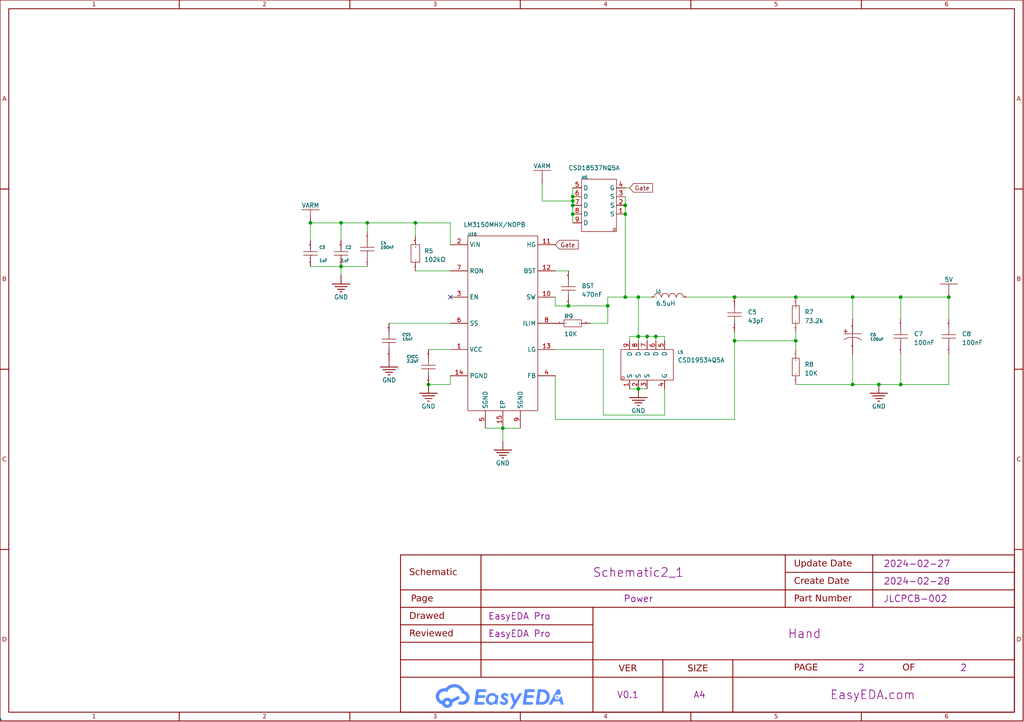
<source format=kicad_sch>
(kicad_sch (version 20231120) (generator "eeschema") (generator_version "8.0")
  (paper "User" 297.434 209.804)
  (lib_symbols
    (symbol "Power-VCC_1" (power) (pin_numbers hide) (pin_names hide)
      (property "Value" "VCC" (at 0 5.08 0))
      (symbol "Power-VCC_1_1_0"
        (pin power_in line (at 0 0 90) (length 1.27) (name "5V") (number "1"))
      )
    )
    (symbol "finalhand-easyedapro:CAP"
      (symbol "CAP_1_0"
        (pin input line (at 5.08 0 180) (length 2.54) (name "1") (number "1"))
        (pin input line (at -5.08 0 0) (length 2.54) (name "2") (number "2"))
      )
    )
    (symbol "finalhand-easyedapro:CRCW0805102KFKEA"
      (property "Reference" "R?" (at 0 0 0))
      (symbol "CRCW0805102KFKEA_1_0"
        (pin unspecified line (at -5.08 0 0) (length 2.54) (name "1") (number "1"))
        (pin unspecified line (at 5.08 0 180) (length 2.54) (name "2") (number "2"))
      )
    )
    (symbol "finalhand-easyedapro:CSD18537NQ5A"
      (property "Reference" "Q?" (at 0 0 0))
      (symbol "CSD18537NQ5A_1_0"
        (pin input line (at -7.62 2.54 0) (length 2.54) (name "S") (number "1"))
        (pin input line (at -7.62 0 0) (length 2.54) (name "S") (number "2"))
        (pin input line (at -7.62 -2.54 0) (length 2.54) (name "S") (number "3"))
        (pin input line (at -7.62 -5.08 0) (length 2.54) (name "G") (number "4"))
        (pin input line (at 7.62 -5.08 180) (length 2.54) (name "D") (number "5"))
        (pin input line (at 7.62 -2.54 180) (length 2.54) (name "D") (number "6"))
        (pin input line (at 7.62 0 180) (length 2.54) (name "D") (number "7"))
        (pin input line (at 7.62 2.54 180) (length 2.54) (name "D") (number "8"))
        (pin input line (at 7.62 5.08 180) (length 2.54) (name "D") (number "9"))
      )
    )
    (symbol "finalhand-easyedapro:CSD19534Q5A"
      (symbol "CSD19534Q5A_1_0"
        (pin input line (at -6.35 2.54 0) (length 2.54) (name "S") (number "1"))
        (pin input line (at -6.35 0 0) (length 2.54) (name "S") (number "2"))
        (pin input line (at -6.35 -2.54 0) (length 2.54) (name "S") (number "3"))
        (pin input line (at -6.35 -7.62 0) (length 2.54) (name "G") (number "4"))
        (pin input line (at 7.62 -7.62 180) (length 2.54) (name "D") (number "5"))
        (pin input line (at 7.62 -5.08 180) (length 2.54) (name "D") (number "6"))
        (pin input line (at 7.62 -2.54 180) (length 2.54) (name "D") (number "7"))
        (pin input line (at 7.62 0 180) (length 2.54) (name "D") (number "8"))
        (pin input line (at 7.5946 2.54 180) (length 2.54) (name "D") (number "9"))
      )
    )
    (symbol "finalhand-easyedapro:EEFCX0J101R"
      (property "Reference" "C?" (at 0 0 0))
      (symbol "EEFCX0J101R_1_0"
        (pin input line (at -5.08 0 0) (length 4.318) (name "1") (number "1"))
        (pin input line (at 5.08 0 180) (length 4.826) (name "2") (number "2"))
      )
    )
    (symbol "finalhand-easyedapro:GRM188R72A104KA35D"
      (property "Reference" "C?" (at 0 0 0))
      (symbol "GRM188R72A104KA35D_1_0"
        (pin input line (at -5.08 0 0) (length 2.54) (name "1") (number "1"))
        (pin input line (at 5.08 0 180) (length 2.54) (name "2") (number "2"))
      )
    )
    (symbol "finalhand-easyedapro:GRM2195C1H153JA01D"
      (property "Reference" "C?" (at 0 0 0))
      (symbol "GRM2195C1H153JA01D_1_0"
        (pin input line (at -5.08 0 0) (length 2.54) (name "1") (number "1"))
        (pin input line (at 5.08 0 180) (length 2.54) (name "2") (number "2"))
      )
    )
    (symbol "finalhand-easyedapro:GRM21BR71A225KA01L"
      (property "Reference" "C?" (at 0 0 0))
      (symbol "GRM21BR71A225KA01L_1_0"
        (pin input line (at -5.08 0 0) (length 2.54) (name "1") (number "1"))
        (pin input line (at 5.08 0 180) (length 2.54) (name "2") (number "2"))
      )
    )
    (symbol "finalhand-easyedapro:GRM31CR72A105KA01L"
      (property "Reference" "C?" (at 0 0 0))
      (symbol "GRM31CR72A105KA01L_1_0"
        (pin input line (at -3.81 0 0) (length 2.54) (name "1") (number "1"))
        (pin input line (at 3.81 0 180) (length 2.54) (name "2") (number "2"))
      )
    )
    (symbol "finalhand-easyedapro:Ground-GND" (power) (pin_numbers hide) (pin_names hide)
      (property "Value" "GND" (at 0 -6.35 0))
      (symbol "Ground-GND_1_0"
        (pin power_in line (at 0 0 270) (length 2.54) (name "") (number "1"))
      )
    )
    (symbol "finalhand-easyedapro:LM3150MHX"
      (symbol "LM3150MHX_1_0"
        (pin input line (at -15.24 -15.24 0) (length 5.08) (name "VCC") (number "1"))
        (pin input line (at 15.24 0 180) (length 5.08) (name "SW") (number "10"))
        (pin input line (at 15.24 15.24 180) (length 5.08) (name "HG") (number "11"))
        (pin input line (at 15.24 7.62 180) (length 5.08) (name "BST") (number "12"))
        (pin input line (at 15.24 -15.24 180) (length 5.08) (name "LG") (number "13"))
        (pin input line (at -15.24 -22.86 0) (length 5.08) (name "PGND") (number "14"))
        (pin input line (at 0 -38.1 90) (length 5.08) (name "EP") (number "15"))
        (pin input line (at -15.24 15.24 0) (length 5.08) (name "VIN") (number "2"))
        (pin input line (at -15.24 0 0) (length 5.08) (name "EN") (number "3"))
        (pin input line (at 15.24 -22.86 180) (length 5.08) (name "FB") (number "4"))
        (pin input line (at -5.08 -38.1 90) (length 5.08) (name "SGND") (number "5"))
        (pin input line (at -15.24 -7.62 0) (length 5.08) (name "SS") (number "6"))
        (pin input line (at -15.24 7.62 0) (length 5.08) (name "RON") (number "7"))
        (pin input line (at 15.24 -7.62 180) (length 5.08) (name "ILIM") (number "8"))
        (pin input line (at 5.08 -38.1 90) (length 5.08) (name "SGND") (number "9"))
      )
    )
    (symbol "finalhand-easyedapro:Power-VCC" (power) (pin_numbers hide) (pin_names hide)
      (property "Value" "VCC" (at 0 5.08 0))
      (symbol "Power-VCC_1_0"
        (pin power_in line (at 0 0 90) (length 1.27) (name "VARM") (number "1"))
      )
    )
    (symbol "finalhand-easyedapro:Res"
      (symbol "Res_1_0"
        (pin input line (at -5.08 0 0) (length 2.54) (name "1") (number "1"))
        (pin input line (at 5.08 0 180) (length 2.54) (name "2") (number "2"))
      )
    )
    (symbol "finalhand-easyedapro:SRR1208-6R5ML"
      (property "Reference" "D?" (at 0 0 0))
      (symbol "SRR1208-6R5ML_1_0"
        (pin input line (at -5.08 0 0) (length 0.762) (name "1") (number "1"))
        (pin input line (at 5.08 0 180) (length 0.762) (name "2") (number "2"))
      )
    )
    (symbol "finalhand-easyedapro:Sheet-Symbol_A4"
      (symbol "Sheet-Symbol_A4_1_0"
        (text "1" (at 27.305 1.27 0) (effects (font (size 1.27 1.27))))
        (text "1" (at 27.305 208.28 0) (effects (font (size 1.27 1.27))))
        (text "2" (at 76.835 1.27 0) (effects (font (size 1.27 1.27))))
        (text "2" (at 76.835 208.28 0) (effects (font (size 1.27 1.27))))
        (text "3" (at 126.365 1.27 0) (effects (font (size 1.27 1.27))))
        (text "3" (at 126.365 208.28 0) (effects (font (size 1.27 1.27))))
        (text "4" (at 175.895 1.27 0) (effects (font (size 1.27 1.27))))
        (text "4" (at 175.895 208.28 0) (effects (font (size 1.27 1.27))))
        (text "5" (at 225.425 1.27 0) (effects (font (size 1.27 1.27))))
        (text "5" (at 225.425 208.28 0) (effects (font (size 1.27 1.27))))
        (text "6" (at 274.955 1.27 0) (effects (font (size 1.27 1.27))))
        (text "6" (at 274.955 208.28 0) (effects (font (size 1.27 1.27))))
        (text "A" (at 1.27 180.7972 0) (effects (font (size 1.27 1.27))))
        (text "A" (at 295.91 180.7972 0) (effects (font (size 1.27 1.27))))
        (text "B" (at 1.27 128.4224 0) (effects (font (size 1.27 1.27))))
        (text "B" (at 295.91 128.4224 0) (effects (font (size 1.27 1.27))))
        (text "C" (at 1.27 76.0222 0) (effects (font (size 1.27 1.27))))
        (text "C" (at 295.91 76.0222 0) (effects (font (size 1.27 1.27))))
        (text "Create Date" (at 230.632 40.64 0) (effects (font (size 1.905 1.905)) (justify left)))
        (text "D" (at 1.27 23.6474 0) (effects (font (size 1.27 1.27))))
        (text "D" (at 295.91 23.6474 0) (effects (font (size 1.27 1.27))))
        (text "Drawed" (at 118.872 30.48 0) (effects (font (size 1.905 1.905)) (justify left)))
        (text "OF" (at 262.128 15.494 0) (effects (font (size 1.905 1.905)) (justify left)))
        (text "Page" (at 119.38 35.56 0) (effects (font (size 1.905 1.905)) (justify left)))
        (text "PAGE" (at 230.632 15.494 0) (effects (font (size 1.905 1.905)) (justify left)))
        (text "Part Number" (at 230.632 35.56 0) (effects (font (size 1.905 1.905)) (justify left)))
        (text "Reviewed" (at 118.872 25.4 0) (effects (font (size 1.905 1.905)) (justify left)))
        (text "Schematic" (at 118.872 43.18 0) (effects (font (size 1.905 1.905)) (justify left)))
        (text "SIZE" (at 202.692 15.24 0) (effects (font (size 1.905 1.905))))
        (text "Update Date" (at 230.632 45.72 0) (effects (font (size 1.905 1.905)) (justify left)))
        (text "VER" (at 182.372 15.24 0) (effects (font (size 1.905 1.905))))
      )
    )
  )
  (junction (at 275.59 86.36))
  (junction (at 165.1 88.9))
  (junction (at 231.14 99.06))
  (junction (at 166.37 59.69))
  (junction (at 261.62 86.36))
  (junction (at 146.05 124.46))
  (junction (at 255.27 111.76))
  (junction (at 124.46 111.76))
  (junction (at 176.53 88.9))
  (junction (at 187.96 97.79))
  (junction (at 247.65 111.76))
  (junction (at 166.37 58.42))
  (junction (at 247.65 86.36))
  (junction (at 185.42 86.36))
  (junction (at 190.5 97.79))
  (junction (at 185.42 97.79))
  (junction (at 106.68 64.77))
  (junction (at 90.17 64.77))
  (junction (at 166.37 62.23))
  (junction (at 181.61 86.36))
  (junction (at 213.36 86.36))
  (junction (at 181.61 62.23))
  (junction (at 185.42 113.03))
  (junction (at 213.36 99.06))
  (junction (at 181.61 59.69))
  (junction (at 166.37 57.15))
  (junction (at 99.06 77.47))
  (junction (at 120.65 64.77))
  (junction (at 231.14 86.36))
  (junction (at 261.62 111.76))
  (junction (at 99.06 64.77))
  (no_connect (at 130.81 86.36))
  (wire (pts (xy 166.37 62.23) (xy 166.37 64.77)))
  (wire (pts (xy 166.37 54.61) (xy 166.37 57.15)))
  (wire (pts (xy 247.65 102.87) (xy 247.65 111.76)))
  (wire (pts (xy 181.61 54.61) (xy 182.88 54.61)))
  (wire (pts (xy 146.05 124.46) (xy 140.97 124.46)))
  (wire (pts (xy 99.06 69.85) (xy 99.06 64.77)))
  (wire (pts (xy 255.27 111.76) (xy 261.62 111.76)))
  (wire (pts (xy 99.06 64.77) (xy 106.68 64.77)))
  (wire (pts (xy 130.81 64.77) (xy 120.65 64.77)))
  (wire (pts (xy 176.53 86.36) (xy 181.61 86.36)))
  (wire (pts (xy 175.26 101.6) (xy 175.26 120.65)))
  (wire (pts (xy 166.37 57.15) (xy 166.37 58.42)))
  (wire (pts (xy 99.06 77.47) (xy 99.06 80.01)))
  (wire (pts (xy 182.88 97.79) (xy 182.88 99.06)))
  (wire (pts (xy 193.04 120.65) (xy 193.04 113.03)))
  (wire (pts (xy 106.68 67.31) (xy 106.68 64.77)))
  (wire (pts (xy 106.68 77.47) (xy 99.06 77.47)))
  (wire (pts (xy 275.59 111.76) (xy 275.59 102.87)))
  (wire (pts (xy 130.81 78.74) (xy 120.65 78.74)))
  (wire (pts (xy 187.96 97.79) (xy 187.96 99.06)))
  (wire (pts (xy 146.05 124.46) (xy 151.13 124.46)))
  (wire (pts (xy 193.04 97.79) (xy 190.5 97.79)))
  (wire (pts (xy 193.04 97.79) (xy 193.04 99.06)))
  (wire (pts (xy 120.65 64.77) (xy 120.65 68.58)))
  (wire (pts (xy 185.42 97.79) (xy 185.42 99.06)))
  (wire (pts (xy 185.42 86.36) (xy 181.61 86.36)))
  (wire (pts (xy 247.65 86.36) (xy 231.14 86.36)))
  (wire (pts (xy 181.61 62.23) (xy 181.61 86.36)))
  (wire (pts (xy 181.61 57.15) (xy 181.61 59.69)))
  (wire (pts (xy 213.36 99.06) (xy 213.36 121.92)))
  (wire (pts (xy 182.88 113.03) (xy 185.42 113.03)))
  (wire (pts (xy 247.65 86.36) (xy 247.65 92.71)))
  (wire (pts (xy 157.48 53.34) (xy 157.48 58.42)))
  (wire (pts (xy 161.29 78.74) (xy 165.1 78.74)))
  (wire (pts (xy 176.53 93.98) (xy 171.45 93.98)))
  (wire (pts (xy 231.14 86.36) (xy 213.36 86.36)))
  (wire (pts (xy 231.14 99.06) (xy 231.14 101.6)))
  (wire (pts (xy 176.53 88.9) (xy 176.53 86.36)))
  (wire (pts (xy 231.14 96.52) (xy 231.14 99.06)))
  (wire (pts (xy 247.65 111.76) (xy 255.27 111.76)))
  (wire (pts (xy 193.04 120.65) (xy 175.26 120.65)))
  (wire (pts (xy 190.5 97.79) (xy 187.96 97.79)))
  (wire (pts (xy 261.62 111.76) (xy 275.59 111.76)))
  (wire (pts (xy 146.05 124.46) (xy 146.05 128.27)))
  (wire (pts (xy 113.0046 93.98) (xy 130.81 93.98)))
  (wire (pts (xy 187.96 97.79) (xy 185.42 97.79)))
  (wire (pts (xy 161.29 88.9) (xy 161.29 86.36)))
  (wire (pts (xy 161.29 109.22) (xy 161.29 121.92)))
  (wire (pts (xy 247.65 86.36) (xy 261.62 86.36)))
  (wire (pts (xy 90.17 64.77) (xy 99.06 64.77)))
  (wire (pts (xy 213.36 121.92) (xy 161.29 121.92)))
  (wire (pts (xy 185.42 97.79) (xy 182.88 97.79)))
  (wire (pts (xy 181.61 59.69) (xy 181.61 62.23)))
  (wire (pts (xy 166.37 58.42) (xy 166.37 59.69)))
  (wire (pts (xy 185.42 113.03) (xy 187.96 113.03)))
  (wire (pts (xy 261.62 86.36) (xy 261.62 92.71)))
  (wire (pts (xy 124.46 111.76) (xy 130.81 111.76)))
  (wire (pts (xy 130.81 64.77) (xy 130.81 71.12)))
  (wire (pts (xy 166.37 58.42) (xy 157.48 58.42)))
  (wire (pts (xy 213.36 86.36) (xy 199.39 86.36)))
  (wire (pts (xy 247.65 111.76) (xy 231.14 111.76)))
  (wire (pts (xy 213.36 99.06) (xy 231.14 99.06)))
  (wire (pts (xy 175.26 101.6) (xy 161.29 101.6)))
  (wire (pts (xy 106.68 64.77) (xy 120.65 64.77)))
  (wire (pts (xy 275.59 86.36) (xy 261.62 86.36)))
  (wire (pts (xy 161.29 88.9) (xy 165.1 88.9)))
  (wire (pts (xy 190.5 97.79) (xy 190.5 99.06)))
  (wire (pts (xy 185.42 86.36) (xy 185.42 97.79)))
  (wire (pts (xy 124.46 101.6254) (xy 130.81 101.6)))
  (wire (pts (xy 261.62 111.76) (xy 261.62 102.87)))
  (wire (pts (xy 130.81 111.76) (xy 130.81 109.22)))
  (wire (pts (xy 189.23 86.36) (xy 185.42 86.36)))
  (wire (pts (xy 166.37 59.69) (xy 166.37 62.23)))
  (wire (pts (xy 165.1 88.9) (xy 176.53 88.9)))
  (wire (pts (xy 275.59 86.36) (xy 275.59 92.71)))
  (wire (pts (xy 176.53 93.98) (xy 176.53 88.9)))
  (wire (pts (xy 213.36 96.52) (xy 213.36 99.06)))
  (wire (pts (xy 99.06 77.47) (xy 90.17 77.47)))
  (wire (pts (xy 90.17 64.77) (xy 90.17 69.85)))
  (global_label "Gate" (shape input) (at 182.88 54.61 0) (property "Intersheetrefs" "${INTERSHEET_REFS}" (effects (hide yes))))
  (global_label "Gate" (shape input) (at 161.29 71.12 0) (property "Intersheetrefs" "${INTERSHEET_REFS}" (effects (hide yes))))
  (symbol (lib_id "finalhand-easyedapro:Sheet-Symbol_A4") (at 0 209.55 0) (unit 1)
    (property "Reference" "?" (at 0 209.55 0))
    (property "Footprint" "finalhand-easyedapro:" (effects (hide yes)))
    (property "@Create Date" "2024-02-28" (at 256.54 168.91 0) (effects (font (size 1.905 1.905)) (justify left)))
    (property "@Page Count" "2" (at 279.908 194.056 0) (effects (font (size 1.905 1.905))))
    (property "@Page Name" "Power" (at 185.42 173.99 0) (effects (font (size 1.905 1.905))))
    (property "@Page No" "2" (at 250.19 194.056 0) (effects (font (size 1.905 1.905))))
    (property "@Project Name" "Hand" (at 233.68 184.15 0) (effects (font (size 2.54 2.54))))
    (property "@Schematic Name" "Schematic2_1" (at 185.42 166.37 0) (effects (font (size 2.54 2.54))))
    (property "@Update Date" "2024-02-27" (at 256.54 163.83 0) (effects (font (size 1.905 1.905)) (justify left)))
    (property "Company" "EasyEDA.com" (at 253.492 201.93 0) (effects (font (size 2.54 2.54))))
    (property "Drawed" "EasyEDA Pro" (at 141.732 179.07 0) (effects (font (size 1.905 1.905)) (justify left)))
    (property "Page Size" "A4" (at 203.2 201.93 0) (effects (font (size 1.905 1.905))))
    (property "Part Number" "JLCPCB-002" (at 256.54 173.99 0) (effects (font (size 1.905 1.905)) (justify left)))
    (property "Reviewed" "EasyEDA Pro" (at 141.732 184.15 0) (effects (font (size 1.905 1.905)) (justify left)))
    (property "Version" "V0.1" (at 182.372 201.93 0) (effects (font (size 1.905 1.905))))
  )
  (symbol (lib_id "finalhand-easyedapro:CRCW0805102KFKEA") (at 120.65 73.66 90) (unit 1)
    (property "Reference" "R5" (at 123.19 73.66 90) (effects (justify right top)))
    (property "Value" "102kΩ" (at 123.19 76.2 90) (effects (justify right top)))
    (property "Footprint" "finalhand-easyedapro:R0805" (effects (hide yes)))
  )
  (symbol (lib_id "finalhand-easyedapro:GRM2195C1H153JA01D") (at 113.0046 99.06 90) (unit 1)
    (property "Reference" "CSS" (at 116.8146 97.79 90) (effects (font (size 0.8382 0.8382)) (justify right top)))
    (property "Value" "15nF" (at 116.8146 99.06 90) (effects (font (size 0.8382 0.8382)) (justify right top)))
    (property "Footprint" "finalhand-easyedapro:C0805" (effects (hide yes)))
  )
  (symbol (lib_id "finalhand-easyedapro:Ground-GND") (at 124.46 111.76 0) (unit 1)
    (property "Reference" "#PWR?" (effects (hide yes)))
    (property "Value" "GND" (at 124.46 118.11 0))
    (property "Footprint" "finalhand-easyedapro:" (effects (hide yes)))
    (property "Description" "Power symbol creates a global label with name 'GND'" (effects (hide yes)))
  )
  (symbol (lib_id "finalhand-easyedapro:GRM188R72A104KA35D") (at 106.68 72.39 90) (unit 1)
    (property "Reference" "C4" (at 110.49 71.12 90) (effects (font (size 0.8382 0.8382)) (justify right top)))
    (property "Value" "100nF" (at 110.49 72.39 90) (effects (font (size 0.8382 0.8382)) (justify right top)))
    (property "Footprint" "finalhand-easyedapro:C0603" (effects (hide yes)))
  )
  (symbol (lib_id "finalhand-easyedapro:CAP") (at 261.62 97.79 90) (unit 1)
    (property "Reference" "C7" (at 265.43 97.79 90) (effects (justify right top)))
    (property "Value" "100nF" (at 265.43 100.33 90) (effects (justify right top)))
    (property "Footprint" "finalhand-easyedapro:C0402" (effects (hide yes)))
  )
  (symbol (lib_id "finalhand-easyedapro:Power-VCC") (at 90.17 64.77 0) (unit 1)
    (property "Reference" "#PWR?" (effects (hide yes)))
    (property "Value" "VARM" (at 90.17 59.69 0))
    (property "Footprint" "finalhand-easyedapro:" (effects (hide yes)))
    (property "Description" "Power symbol creates a global label with name 'VCC'" (effects (hide yes)))
  )
  (symbol (lib_id "finalhand-easyedapro:GRM21BR71A225KA01L") (at 124.46 106.68 90) (unit 1)
    (property "Reference" "CVCC" (at 118.11 104.14 90) (effects (font (size 0.8382 0.8382)) (justify right top)))
    (property "Value" "2.2uF" (at 118.11 105.41 90) (effects (font (size 0.8382 0.8382)) (justify right top)))
    (property "Footprint" "finalhand-easyedapro:C0805" (effects (hide yes)))
  )
  (symbol (lib_id "finalhand-easyedapro:CAP") (at 275.59 97.79 90) (unit 1)
    (property "Reference" "C8" (at 279.4 97.79 90) (effects (justify right top)))
    (property "Value" "100nF" (at 279.4 100.33 90) (effects (justify right top)))
    (property "Footprint" "finalhand-easyedapro:C0402" (effects (hide yes)))
  )
  (symbol (lib_id "finalhand-easyedapro:Ground-GND") (at 146.05 128.27 0) (unit 1)
    (property "Reference" "#PWR?" (effects (hide yes)))
    (property "Value" "GND" (at 146.05 134.62 0))
    (property "Footprint" "finalhand-easyedapro:" (effects (hide yes)))
    (property "Description" "Power symbol creates a global label with name 'GND'" (effects (hide yes)))
  )
  (symbol (lib_id "finalhand-easyedapro:CSD19534Q5A") (at 185.42 106.68 90) (unit 1)
    (property "Reference" "LS" (at 196.85 102.87 90) (effects (font (size 0.8382 0.8382)) (justify right top)))
    (property "Value" "CSD19534Q5A" (at 196.85 105.41 90) (effects (justify right top)))
    (property "Footprint" "finalhand-easyedapro:POWERVDFN-8_L6.0-W5.0-P1.27-BL" (effects (hide yes)))
  )
  (symbol (lib_id "finalhand-easyedapro:CAP") (at 165.1 83.82 90) (unit 1)
    (property "Reference" "BST" (at 168.91 83.82 90) (effects (justify right top)))
    (property "Value" "470nF" (at 168.91 86.36 90) (effects (justify right top)))
    (property "Footprint" "finalhand-easyedapro:C0402" (effects (hide yes)))
  )
  (symbol (lib_id "finalhand-easyedapro:Res") (at 231.14 91.44 90) (unit 1)
    (property "Reference" "R7" (at 233.68 91.44 90) (effects (justify right top)))
    (property "Value" "73.2k" (at 233.68 93.98 90) (effects (justify right top)))
    (property "Footprint" "finalhand-easyedapro:R0402" (effects (hide yes)))
  )
  (symbol (lib_id "finalhand-easyedapro:CSD18537NQ5A") (at 173.99 59.69 180) (unit 1)
    (property "Reference" "HS" (at 168.91 52.07 0) (effects (font (size 0.8382 0.8382)) (justify right top)))
    (property "Value" "CSD18537NQ5A" (at 165.1 49.53 0) (effects (justify right top)))
    (property "Footprint" "finalhand-easyedapro:DFN-8_L5.9-W5.2-P1.27-LS6.2-BL" (effects (hide yes)))
  )
  (symbol (lib_id "finalhand-easyedapro:Ground-GND") (at 185.42 113.03 0) (unit 1)
    (property "Reference" "#PWR?" (effects (hide yes)))
    (property "Value" "GND" (at 185.42 119.38 0))
    (property "Footprint" "finalhand-easyedapro:" (effects (hide yes)))
    (property "Description" "Power symbol creates a global label with name 'GND'" (effects (hide yes)))
  )
  (symbol (lib_id "finalhand-easyedapro:GRM31CR72A105KA01L") (at 90.17 73.66 90) (unit 1)
    (property "Reference" "C3" (at 92.71 72.39 90) (effects (font (size 0.8382 0.8382)) (justify right top)))
    (property "Value" "1uF" (at 92.71 76.2 90) (effects (font (size 0.8382 0.8382)) (justify right top)))
    (property "Footprint" "finalhand-easyedapro:C1206" (effects (hide yes)))
  )
  (symbol (lib_name "Power-VCC_1") (lib_id "finalhand-easyedapro:Power-VCC") (at 275.59 86.36 0) (unit 1)
    (property "Reference" "#PWR?" (effects (hide yes)))
    (property "Value" "5V" (at 275.59 81.28 0))
    (property "Footprint" "finalhand-easyedapro:" (effects (hide yes)))
    (property "Description" "Power symbol creates a global label with name 'VCC'" (effects (hide yes)))
  )
  (symbol (lib_id "finalhand-easyedapro:Ground-GND") (at 255.27 111.76 0) (unit 1)
    (property "Reference" "#PWR?" (effects (hide yes)))
    (property "Value" "GND" (at 255.27 118.11 0))
    (property "Footprint" "finalhand-easyedapro:" (effects (hide yes)))
    (property "Description" "Power symbol creates a global label with name 'GND'" (effects (hide yes)))
  )
  (symbol (lib_id "finalhand-easyedapro:LM3150MHX") (at 146.05 86.36 0) (unit 1)
    (property "Reference" "U10" (at 135.89 68.58 0) (effects (font (size 0.8382 0.8382)) (justify left bottom)))
    (property "Value" "LM3150MHX/NOPB" (at 134.62 66.04 0) (effects (justify left bottom)))
    (property "Footprint" "finalhand-easyedapro:HTSSOP-14_L5.0-W4.4-P0.65-LS6.4-BL-EP" (effects (hide yes)))
  )
  (symbol (lib_id "finalhand-easyedapro:Ground-GND") (at 113.03 104.14 0) (unit 1)
    (property "Reference" "#PWR?" (effects (hide yes)))
    (property "Value" "GND" (at 113.03 110.49 0))
    (property "Footprint" "finalhand-easyedapro:" (effects (hide yes)))
    (property "Description" "Power symbol creates a global label with name 'GND'" (effects (hide yes)))
  )
  (symbol (lib_id "finalhand-easyedapro:Ground-GND") (at 99.06 80.01 0) (unit 1)
    (property "Reference" "#PWR?" (effects (hide yes)))
    (property "Value" "GND" (at 99.06 86.36 0))
    (property "Footprint" "finalhand-easyedapro:" (effects (hide yes)))
    (property "Description" "Power symbol creates a global label with name 'GND'" (effects (hide yes)))
  )
  (symbol (lib_id "finalhand-easyedapro:Power-VCC") (at 157.48 53.34 0) (unit 1)
    (property "Reference" "#PWR?" (effects (hide yes)))
    (property "Value" "VARM" (at 157.48 48.26 0))
    (property "Footprint" "finalhand-easyedapro:" (effects (hide yes)))
    (property "Description" "Power symbol creates a global label with name 'VCC'" (effects (hide yes)))
  )
  (symbol (lib_id "finalhand-easyedapro:CAP") (at 213.36 91.44 90) (unit 1)
    (property "Reference" "C5" (at 217.17 91.44 90) (effects (justify right top)))
    (property "Value" "43pF" (at 217.17 93.98 90) (effects (justify right top)))
    (property "Footprint" "finalhand-easyedapro:C0402" (effects (hide yes)))
  )
  (symbol (lib_id "finalhand-easyedapro:GRM31CR72A105KA01L") (at 99.06 73.66 90) (unit 1)
    (property "Reference" "C2" (at 100.33 72.39 90) (effects (font (size 0.8382 0.8382)) (justify right top)))
    (property "Value" "1uF" (at 99.06 76.2 90) (effects (font (size 0.8382 0.8382)) (justify right top)))
    (property "Footprint" "finalhand-easyedapro:C1206" (effects (hide yes)))
  )
  (symbol (lib_id "finalhand-easyedapro:SRR1208-6R5ML") (at 194.31 86.36 0) (unit 1)
    (property "Reference" "L1" (at 190.5 85.09 0) (effects (font (size 0.8382 0.8382)) (justify left bottom)))
    (property "Value" "6.5uH" (at 190.5 88.9 0) (effects (justify left bottom)))
    (property "Footprint" "finalhand-easyedapro:IND-SMD_L12.7-W12.7" (effects (hide yes)))
  )
  (symbol (lib_id "finalhand-easyedapro:Res") (at 166.37 93.98 0) (unit 1)
    (property "Reference" "R9" (at 163.83 92.71 0) (effects (justify left bottom)))
    (property "Value" "10K" (at 163.83 97.79 0) (effects (justify left bottom)))
    (property "Footprint" "finalhand-easyedapro:R0402" (effects (hide yes)))
  )
  (symbol (lib_id "finalhand-easyedapro:Res") (at 231.14 106.68 90) (unit 1)
    (property "Reference" "R8" (at 233.68 106.68 90) (effects (justify right top)))
    (property "Value" "10K" (at 233.68 109.22 90) (effects (justify right top)))
    (property "Footprint" "finalhand-easyedapro:R0402" (effects (hide yes)))
  )
  (symbol (lib_id "finalhand-easyedapro:EEFCX0J101R") (at 247.65 97.79 270) (unit 1)
    (property "Reference" "C6" (at 252.73 97.79 90) (effects (font (size 0.8382 0.8382)) (justify left bottom)))
    (property "Value" "100uF" (at 252.73 99.06 90) (effects (font (size 0.8382 0.8382)) (justify left bottom)))
    (property "Footprint" "finalhand-easyedapro:CAP-SMD_L7.3-W4.3-R-RD" (effects (hide yes)))
  )
)
</source>
